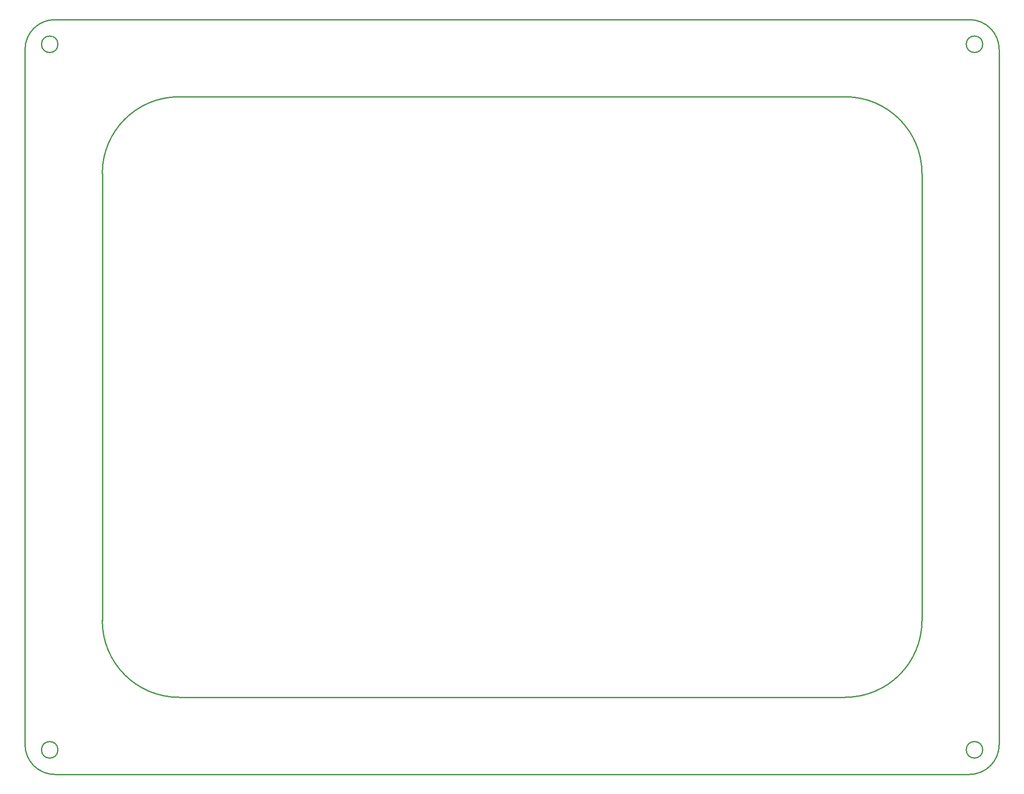
<source format=gbr>
%TF.GenerationSoftware,KiCad,Pcbnew,(5.1.9)-1*%
%TF.CreationDate,2021-01-20T11:54:18+01:00*%
%TF.ProjectId,mfd-pcb,6d66642d-7063-4622-9e6b-696361645f70,0.1*%
%TF.SameCoordinates,Original*%
%TF.FileFunction,Profile,NP*%
%FSLAX46Y46*%
G04 Gerber Fmt 4.6, Leading zero omitted, Abs format (unit mm)*
G04 Created by KiCad (PCBNEW (5.1.9)-1) date 2021-01-20 11:54:18*
%MOMM*%
%LPD*%
G01*
G04 APERTURE LIST*
%TA.AperFunction,Profile*%
%ADD10C,0.250000*%
%TD*%
G04 APERTURE END LIST*
D10*
X312392563Y-207176118D02*
G75*
G02*
X306597563Y-212971118I-5795000J0D01*
G01*
X297392563Y-96141118D02*
X297392563Y-183065186D01*
X282492563Y-81241118D02*
G75*
G02*
X297392563Y-96141118I0J-14900000D01*
G01*
X306597563Y-212971118D02*
X128987538Y-212971118D01*
X153092538Y-81241118D02*
X282492563Y-81241118D01*
X129583318Y-208188096D02*
G75*
G03*
X129583318Y-208188096I-1600000J0D01*
G01*
X128987258Y-66241118D02*
X306607001Y-66241118D01*
X138192538Y-96141118D02*
G75*
G02*
X153092538Y-81241118I14900000J0D01*
G01*
X309201163Y-71024219D02*
G75*
G03*
X309201163Y-71024219I-1600000J0D01*
G01*
X123192538Y-207176118D02*
X123192538Y-72035837D01*
X128987538Y-212971118D02*
G75*
G02*
X123192538Y-207176118I0J5795000D01*
G01*
X282494070Y-197965186D02*
X153093938Y-197971462D01*
X297392563Y-183065186D02*
G75*
G02*
X282494070Y-197965186I-14900000J0D01*
G01*
X309192563Y-208175073D02*
G75*
G03*
X309192563Y-208175073I-1600000J0D01*
G01*
X129585535Y-71033853D02*
G75*
G03*
X129585535Y-71033853I-1600000J0D01*
G01*
X312392563Y-72026680D02*
X312392563Y-207176118D01*
X123192539Y-72035837D02*
G75*
G02*
X128987258Y-66241118I5794719J0D01*
G01*
X306607001Y-66241118D02*
G75*
G02*
X312392563Y-72026680I0J-5785562D01*
G01*
X138192538Y-183070000D02*
X138192538Y-96141118D01*
X153093938Y-197971462D02*
G75*
G02*
X138192538Y-183070000I62J14901462D01*
G01*
M02*

</source>
